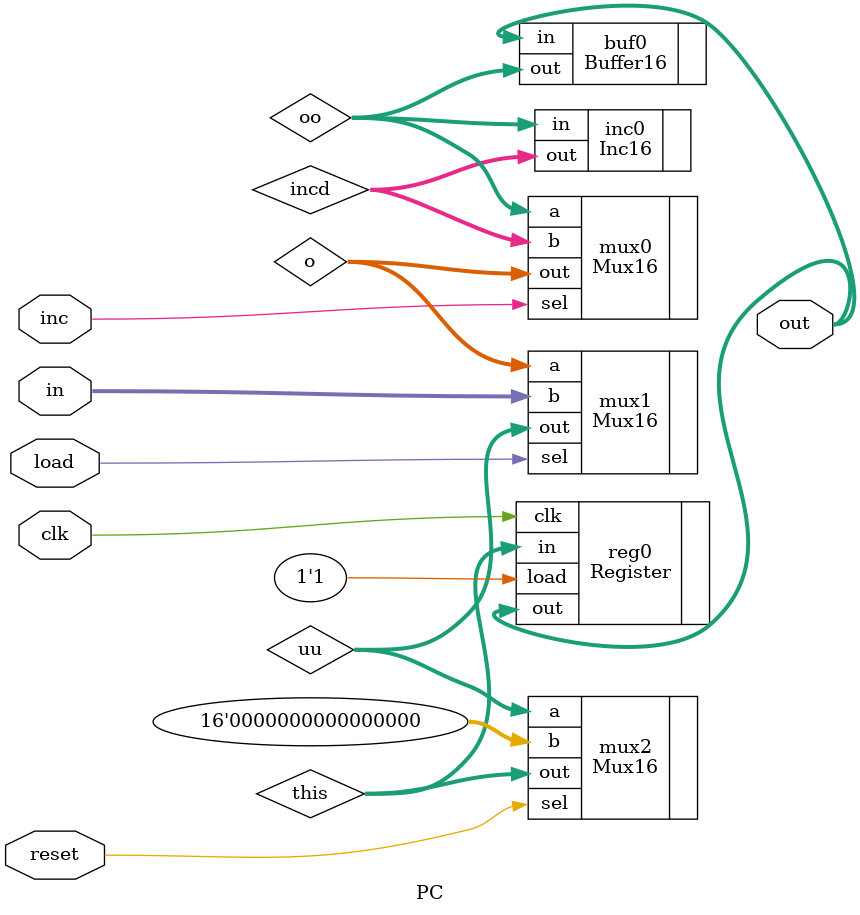
<source format=v>
/**
 * A 16-bit counter with load and reset control bits.
 * if      (reset[t] == 1) out[t+1] = 0
 * else if (load[t] == 1)  out[t+1] = in[t]
 * else if (inc[t] == 1)   out[t+1] = out[t] + 1  (integer addition)
 * else                    out[t+1] = out[t]
 */

`default_nettype none
module PC(
	input clk,
	input [15:0] in,
	input load,
	input inc,
	input reset,
	output [15:0] out
);	
	wire [15:0] oo;
	wire [15:0] incd;
	wire [15:0] o;
	wire [15:0] uu;
	wire [15:0] this;

	Inc16 inc0(.in(oo),.out(incd));
	Mux16 mux0(.a(oo),.b(incd),.sel(inc),.out(o));
	Mux16 mux1(.a(o),.b(in),.sel(load),.out(uu));
	Mux16 mux2(.a(uu),.b(16'b0),.sel(reset),.out(this));
	Register reg0(.clk(clk),.in(this),.load(1'b1),.out(out));
	Buffer16 buf0(.in(out), .out(oo));

endmodule

</source>
